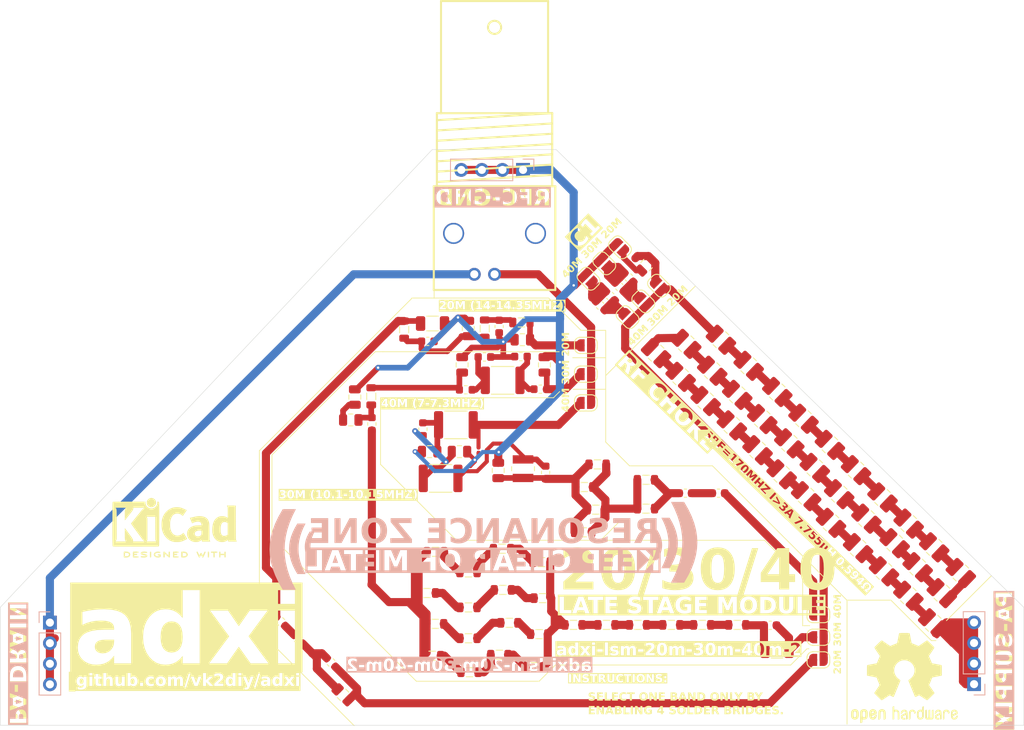
<source format=kicad_pcb>
(kicad_pcb (version 20240108) (generator "pcbnew") (generator_version "8.0")
  (layers (0 "F.Cu" signal) (31 "B.Cu" signal) (34 "B.Paste" user) (35 "F.Paste" user) (36 "B.SilkS" user "B.Silkscreen") (37 "F.SilkS" user "F.Silkscreen") (38 "B.Mask" user) (39 "F.Mask" user) (44 "Edge.Cuts" user))
  (net 0 "")
  (net 1 "/GND")
  (net 2 "Net-(C13-Pad1)")
  (net 3 "Net-(JP6-A)")
  (net 4 "Net-(JP34-B)")
  (net 5 "Net-(C28-Pad2)")
  (net 6 "Net-(JP35-B)")
  (net 7 "Net-(JP36-B)")
  (net 8 "Net-(C12-Pad2)")
  (net 9 "Net-(C32-Pad2)")
  (net 10 "Net-(JP20-B)")
  (net 11 "Net-(C16-Pad1)")
  (net 12 "Net-(JP4-A)")
  (net 13 "Net-(JP5-A)")
  (net 14 "Net-(J1-In)")
  (net 15 "Net-(L12-Pad1)")
  (net 16 "Net-(L1-Pad2)")
  (net 17 "Net-(C18-Pad1)")
  (net 18 "Net-(L3-Pad2)")
  (net 19 "Net-(L10-Pad1)")
  (net 20 "Net-(L10-Pad2)")
  (net 21 "Net-(L12-Pad2)")
  (net 22 "Net-(L13-Pad2)")
  (net 23 "Net-(L14-Pad2)")
  (net 24 "Net-(L4-Pad2)")
  (net 25 "Net-(C18-Pad2)")
  (net 26 "Net-(J3-Pin_1)")
  (net 27 "Net-(L25-Pad2)")
  (net 28 "Net-(L26-Pad2)")
  (net 29 "Net-(L27-Pad2)")
  (net 30 "Net-(L28-Pad2)")
  (net 31 "Net-(L29-Pad2)")
  (net 32 "Net-(L30-Pad2)")
  (net 33 "Net-(L31-Pad2)")
  (net 34 "Net-(L32-Pad2)")
  (net 35 "Net-(L33-Pad2)")
  (net 36 "Net-(L34-Pad2)")
  (net 37 "Net-(L35-Pad2)")
  (net 38 "Net-(L36-Pad2)")
  (net 39 "Net-(L37-Pad2)")
  (net 40 "Net-(L38-Pad2)")
  (net 41 "Net-(L39-Pad2)")
  (net 42 "Net-(L40-Pad2)")
  (net 43 "Net-(L41-Pad2)")
  (net 44 "Net-(L42-Pad2)")
  (net 45 "Net-(L43-Pad2)")
  (net 46 "Net-(L44-Pad2)")
  (net 47 "Net-(L45-Pad2)")
  (net 48 "Net-(L46-Pad2)")
  (net 49 "Net-(L47-Pad2)")
  (net 50 "Net-(L48-Pad2)")
  (net 51 "Net-(L49-Pad2)")
  (net 52 "Net-(L50-Pad2)")
  (net 53 "Net-(L51-Pad2)")
  (net 54 "Net-(L52-Pad2)")
  (net 55 "Net-(L53-Pad2)")
  (net 56 "Net-(L54-Pad2)")
  (net 57 "Net-(L55-Pad2)")
  (net 58 "Net-(L56-Pad2)")
  (net 59 "Net-(C20-Pad1)")
  (net 60 "Net-(C21-Pad1)")
  (net 61 "Net-(C36-Pad1)")
  (net 62 "Net-(C38-Pad1)")
  (net 63 "Net-(C39-Pad1)")
  (net 64 "Net-(C40-Pad1)")
  (net 65 "Net-(C41-Pad1)")
  (net 66 "Net-(C43-Pad1)")
  (net 67 "Net-(J1-Ext)")
  (net 68 "Net-(L5-Pad2)")
  (net 69 "Net-(L7-Pad2)")
  (net 70 "Net-(JP26-A)")
  (net 71 "Net-(JP27-A)")
  (net 72 "Net-(JP20-A)")
  (net 73 "Net-(C31-Pad2)")
  (net 74 "Net-(JP29-B)")
  (net 75 "Net-(JP28-B)")
  (net 76 "Net-(JP30-B)")
  (net 77 "Net-(L8-Pad2)")
  (net 78 "Net-(L16-Pad2)")
  (net 79 "Net-(L17-Pad2)")
  (net 80 "Net-(L18-Pad2)")
  (net 81 "Net-(L20-Pad2)")
  (net 82 "Net-(L21-Pad2)")
  (net 83 "Net-(L73-Pad2)")
  (net 84 "Net-(L74-Pad2)")
  (net 85 "Net-(L75-Pad2)")
  (net 86 "Net-(L77-Pad2)")
  (footprint "Inductor_SMD:L_0805_2012Metric" (layer "F.Cu") (at 136.652 122.682 180)
    (property "Reference" "L73" (hide yes))
    (property "Value" "6.8uH" (hide yes))
  )
  (footprint "Inductor_SMD:L_0805_2012Metric" (layer "F.Cu") (at 128.651 122.682 180)
    (property "Reference" "L75" (hide yes))
    (property "Value" "6.8uH" (hide yes))
  )
  (footprint "Inductor_SMD:L_0805_2012Metric" (layer "F.Cu") (at 120.65 114.935 180)
    (property "Reference" "L12" (hide yes))
    (property "Value" "6.8uH" (hide yes))
  )
  (footprint "Inductor_SMD:L_1008_2520Metric" (layer "F.Cu") (at 142.776016 87.482536 136)
    (property "Reference" "L57" (hide yes))
    (property "Value" "470nH" (hide yes))
  )
  (footprint "Capacitor_SMD:C_0603_1608Metric" (layer "F.Cu") (at 131.39971 79.805838 135)
    (property "Reference" "C11" (hide yes))
    (property "Value" "470pF" (hide yes))
  )
  (footprint "Inductor_SMD:L_1008_2520Metric" (layer "F.Cu") (at 160.725231 109.570251 -44)
    (property "Reference" "L44" (hide yes))
    (property "Value" "470nH" (hide yes))
  )
  (footprint "Inductor_SMD:L_1008_2520Metric" (layer "F.Cu") (at 159.44312 103.577771 136)
    (property "Reference" "L52" (hide yes))
    (property "Value" "470nH" (hide yes))
  )
  (footprint "Capacitor_SMD:C_0603_1608Metric" (layer "F.Cu") (at 106.6162 87.6808)
    (property "Reference" "C44" (hide yes))
    (property "Value" "330pF" (hide yes))
  )
  (footprint "Inductor_SMD:L_0805_2012Metric" (layer "F.Cu") (at 111.76 128.524 180)
    (property "Reference" "L9" (hide yes))
    (property "Value" "6.8uH" (hide yes))
  )
  (footprint "Jumper:SolderJumper-2_P1.3mm_Open_RoundedPad1.0x1.5mm" (layer "F.Cu") (at 126.444447 79.95136 -45)
    (property "Reference" "JP30" (hide yes))
    (property "Value" "40M-D" (hide yes))
  )
  (footprint "Capacitor_SMD:C_0805_2012Metric" (layer "F.Cu") (at 121.0018 90.5862 90)
    (property "Reference" "C37" (hide yes))
    (property "Value" "100pF" (hide yes))
  )
  (footprint "Capacitor_SMD:C_1206_3216Metric" (layer "F.Cu") (at 107.1992 85.4808)
    (property "Reference" "C43" (hide yes))
    (property "Value" "1nF" (hide yes))
  )
  (footprint "Inductor_SMD:L_0805_2012Metric" (layer "F.Cu") (at 99.6394 94.4711 90)
    (property "Reference" "L84" (hide yes))
    (property "Value" "1.2uH" (hide yes))
  )
  (footprint "Inductor_SMD:L_1008_2520Metric" (layer "F.Cu") (at 140.890699 95.045511 136)
    (property "Reference" "L34" (hide yes))
    (property "Value" "470nH" (hide yes))
  )
  (footprint "Jumper:SolderJumper-2_P1.3mm_Open_RoundedPad1.0x1.5mm" (layer "F.Cu") (at 154.798 127 180)
    (property "Reference" "JP34" (hide yes))
    (property "Value" "20M-A" (hide yes))
  )
  (footprint "Inductor_SMD:L_1008_2520Metric" (layer "F.Cu") (at 153.288168 106.795182 136)
    (property "Reference" "L30" (hide yes))
    (property "Value" "470nH" (hide yes))
  )
  (footprint "Capacitor_SMD:C_0603_1608Metric" (layer "F.Cu") (at 115.4176 85.852 -90)
    (property "Reference" "C16" (hide yes))
    (property "Value" "330pF" (hide yes))
  )
  (footprint "Capacitor_SMD:C_0603_1608Metric" (layer "F.Cu") (at 138.396 106.426 180)
    (property "Reference" "C32" (hide yes))
    (property "Value" "68pF" (hide yes))
  )
  (footprint "Capacitor_SMD:C_0603_1608Metric" (layer "F.Cu") (at 129.115472 82.090076 135)
    (property "Reference" "C30" (hide yes))
    (property "Value" "3.3nF" (hide yes))
  )
  (footprint "Capacitor_SMD:C_0805_2012Metric" (layer "F.Cu") (at 97.6144 94.5586 90)
    (property "Reference" "C19" (hide yes))
    (property "Value" "470pF" (hide yes))
  )
  (footprint "adxi-footprints:ANT-TH_KH-BNC50-3511" (layer "F.Cu") (at 114.849962 76.88 180)
    (property "Reference" "J1" (hide yes))
    (property "Value" "ANT" (hide yes))
  )
  (footprint "Inductor_SMD:L_0805_2012Metric" (layer "F.Cu") (at 107.569 113.665 180)
    (property "Reference" "L15" (hide yes))
    (property "Value" "6.8uH" (hide yes))
  )
  (footprint "Inductor_SMD:L_0603_1608Metric" (layer "F.Cu") (at 120.5018 93.5862)
    (property "Reference" "L87" (hide yes))
    (property "Value" "680nH" (hide yes))
  )
  (footprint "Jumper:SolderJumper-2_P1.3mm_Open_RoundedPad1.0x1.5mm" (layer "F.Cu") (at 135.137335 80.813465 -45)
    (property "Reference" "JP27" (hide yes))
    (property "Value" "20M-C" (hide yes))
  )
  (footprint "Inductor_SMD:L_0805_2012Metric" (layer "F.Cu") (at 118.1627 85.3516)
    (property "Reference" "L83" (hide yes))
    (property "Value" "0.56uH" (hide yes))
  )
  (footprint "Capacitor_SMD:C_0201_0603Metric" (layer "F.Cu") (at 111.8577 103.3932 90)
    (property "Reference" "C41" (hide yes))
    (property "Value" "150pF" (hide yes))
  )
  (footprint "Inductor_SMD:L_0603_1608Metric" (layer "F.Cu") (at 111.3018 93.6612)
    (property "Reference" "L86" (hide yes))
    (property "Value" "680nH" (hide yes))
  )
  (footprint "Inductor_SMD:L_1008_2520Metric" (layer "F.Cu") (at 164.208105 112.599984 -44)
    (property "Reference" "L45" (hide yes))
    (property "Value" "470nH" (hide yes))
  )
  (footprint "Inductor_SMD:L_0805_2012Metric" (layer "F.Cu") (at 111.633 120.523 180)
    (property "Reference" "L5" (hide yes))
    (property "Value" "6.8uH" (hide yes))
  )
  (footprint "Capacitor_SMD:C_0201_0603Metric" (layer "F.Cu") (at 131.829207 77.814201 -135)
    (property "Reference" "C29" (hide yes))
    (property "Value" "150pF" (hide yes))
  )
  (footprint "Inductor_SMD:L_0805_2012Metric" (layer "F.Cu") (at 140.462 122.682 180)
    (property "Reference" "L21" (hide yes))
    (property "Value" "6.8uH" (hide yes))
  )
  (footprint "Inductor_SMD:L_1008_2520Metric" (layer "F.Cu") (at 147.290849 101.114851 136)
    (property "Reference" "L32" (hide yes))
    (property "Value" "470nH" (hide yes))
  )
  (footprint "Inductor_SMD:L_0805_2012Metric" (layer "F.Cu") (at 115.443 126.365 180)
    (property "Reference" "L8" (hide yes))
    (property "Value" "6.8uH" (hide yes))
  )
  (footprint "Capacitor_SMD:C_0805_2012Metric" (layer "F.Cu") (at 115.306 103.6194 90)
    (property "Reference" "C38" (hide yes))
    (property "Value" "680pF" (hide yes))
  )
  (footprint "Inductor_SMD:L_1008_2520Metric" (layer "F.Cu") (at 156.216881 100.462228 136)
    (property "Reference" "L53" (hide yes))
    (property "Value" "470nH" (hide yes))
  )
  (footprint "Inductor_SMD:L_0805_2012Metric" (layer "F.Cu") (at 111.633 116.205 180)
    (property "Reference" "L14" (hide yes))
    (property "Value" "6.8uH" (hide yes))
  )
  (footprint "Capacitor_SMD:C_0805_2012Metric" (layer "F.Cu") (at 111.6076 86.0951 90)
    (property "Reference" "C13" (hide yes))
    (property "Value" "100pF" (hide yes))
  )
  (footprint "Jumper:SolderJumper-2_P1.3mm_Open_RoundedPad1.0x1.5mm" (layer "F.Cu") (at 128.38443 78.050867 -45)
    (property "Reference" "JP29" (hide yes))
    (property "Value" "30M-D" (hide yes))
  )
  (footprint "Inductor_SMD:L_1008_2520Metric" (layer "F.Cu") (at 159.694242 113.203881 136)
    (property "Reference" "L28" (hide yes))
    (property "Value" "470nH" (hide yes))
  )
  (footprint "Inductor_SMD:L_1008_2520Metric" (layer "F.Cu") (at 169.082625 113.108959 136)
    (property "Reference" "L49" (hide yes))
    (property "Value" "470nH" (hide yes))
  )
  (footprint "Capacitor_SMD:C_0201_0603Metric" (layer "F.Cu") (at 112.8737 101.1072 -90)
    (property "Reference" "C42" (hide yes))
    (property "Value" "150pF" (hide yes))
  )
  (footprint "Inductor_SMD:L_1008_2520Metric" (layer "F.Cu") (at 147.872603 97.269825 -44)
    (property "Reference" "L40" (hide yes))
    (property "Value" "470nH" (hide yes))
  )
  (footprint "Inductor_SMD:L_1008_2520Metric" (layer "F.Cu") (at 146.198593 90.70427 136)
    (property "Reference" "L56" (hide yes))
    (property "Value" "470nH" (hide yes))
  )
  (footprint "Inductor_SMD:L_1812_4532Metric" (layer "F.Cu") (at 108.1962 104.5972 180)
    (property "Reference" "L93" (hide yes))
    (property "Value" "1uH" (hide yes))
  )
  (footprint "Inductor_SMD:L_0805_2012Metric" (layer "F.Cu") (at 133.5285 108.331 180)
    (property "Reference" "L78" (hide yes))
    (property "Value" "5.6uH" (hide yes))
  )
  (footprint "Inductor_SMD:L_0805_2012Metric" (layer "F.Cu") (at 125.7765 111.252 180)
    (property "Reference" "L81" (hide yes))
    (property "Value" "6.8uH" (hide yes))
  )
  (footprint "Jumper:SolderJumper-2_P1.3mm_Open_RoundedPad1.0x1.5mm" (layer "F.Cu") (at 154.798 124.206 180)
    (property "Reference" "JP35" (hide yes))
    (property "Value" "30M-A" (hide yes))
  )
  (footprint "Inductor_SMD:L_1008_2520Metric" (layer "F.Cu") (at 162.891355 116.068871 136)
    (property "Reference" "L27" (hide yes))
    (property "Value" "470nH" (hide yes))
  )
  (footprint "Inductor_SMD:L_1008_2520Metric" (layer "F.Cu") (at 157.36267 106.545489 -44)
    (property "Reference" "L43" (hide yes))
    (property "Value" "470nH" (hide yes))
  )
  (footprint "Jumper:SolderJumper-2_P1.3mm_Open_RoundedPad1.0x1.5mm" (layer "F.Cu") (at 130.323918 76.07189 -45)
    (property "Reference" "JP28" (hide yes))
    (property "Value" "20M-D" (hide yes))
  )
  (footprint "Inductor_SMD:L_0603_1608Metric" (layer "F.Cu") (at 99.7144 97.8836 90)
    (property "Reference" "L85" (hide yes))
    (property "Value" "390nH" (hide yes))
  )
  (footprint "Inductor_SMD:L_0805_2012Metric" (layer "F.Cu") (at 115.7775 113.284 180)
    (property "Reference" "L13" (hide yes))
    (property "Value" "6.8uH" (hide yes))
  )
  (footprint "Inductor_SMD:L_0805_2012Metric" (layer "F.Cu") (at 119.761 127.889 180)
    (property "Reference" "L7" (hide yes))
    (property "Value" "6.8uH" (hide yes))
  )
  (footprint "Capacitor_SMD:C_0603_1608Metric" (layer "F.Cu") (at 118.1018 89.5612 180)
    (property "Reference" "C36" (hide yes))
    (property "Value" "330pF" (hide yes))
  )
  (footprint "Inductor_SMD:L_1008_2520Metric" (layer "F.Cu") (at 168.958069 122.483494 136)
    (property "Reference" "L25" (hide yes))
    (property "Value" "470nH" (hide yes))
  )
  (footprint "Inductor_SMD:L_1008_2520Metric" (layer "F.Cu") (at 154.353502 103.305931 -44)
    (property "Reference" "L42" (hide yes))
    (property "Value" "470nH" (hide yes))
  )
  (footprint "Capacitor_SMD:C_0805_2012Metric" (layer "F.Cu") (at 110.8518 90.5862 90)
    (property "Reference" "C20" (hide yes))
    (property "Value" "100pF" (hide yes))
  )
  (footprint "Jumper:SolderJumper-2_P1.3mm_Open_RoundedPad1.0x1.5mm" (layer "F.Cu") (at 126.11 95.28)
    (property "Reference" "JP6" (hide yes))
    (property "Value" "40M-B" (hide yes))
  )
  (footprint "Inductor_SMD:L_0805_2012Metric" (layer "F.Cu") (at 132.5415 122.682 180)
    (property "Reference" "L74" (hide yes))
    (property "Value" "6.8uH" (hide yes))
  )
  (footprint "Inductor_SMD:L_0805_2012Metric" (layer "F.Cu") (at 106.5065 118.745 180)
    (property "Reference" "L6" (hide yes))
    (property "Value" "6.8uH" (hide yes))
  )
  (footprint "Capacitor_SMD:C_0805_2012Metric" (layer "F.Cu") (at 110.5217 101.2952)
    (property "Reference" "C39" (hide yes))
    (property "Value" "470pF" (hide yes))
  )
  (footprint "Inductor_SMD:L_0805_2012Metric" (layer "F.Cu") (at 127.347 108.458 180)
    (property "Reference" "L82" (hide yes))
    (property "Value" "6.8uH" (hide yes))
  )
  (footprint "Inductor_SMD:L_0805_2012Metric" (layer "F.Cu") (at 111.633 124.333 180)
    (property "Reference" "L18" (hide yes))
    (property "Value" "6.8uH" (hide yes))
  )
  (footprint "Capacitor_SMD:C_0805_2012Metric" (layer "F.Cu") (at 97.1144 97.3836 180)
    (property "Reference" "C18" (hide yes))
    (property "Value" "47pF" (hide yes))
  )
  (footprint "Inductor_SMD:L_1812_4532Metric" (layer "F.Cu") (at 110.0797 97.9932)
    (property "Reference" "L92" (hide yes))
    (property "Value" "1uH" (hide yes))
  )
  (footprint "Capacitor_SMD:C_0603_1608Metric" (layer "F.Cu") (at 127.888642 83.263449 135)
    (property "Reference" "C14" (hide yes))
    (property "Value" "330pF" (hide yes))
  )
  (footprint "Jumper:SolderJumper-2_P1.3mm_Open_RoundedPad1.0x1.5mm" (layer "F.Cu") (at 154.798 121.412 180)
    (property "Reference" "JP36" (hide yes))
    (property "Value" "40M-A" (hide yes))
  )
  (footprint "Capacitor_SMD:C_0603_1608Metric" (layer "F.Cu") (at 94.682446 127.321574 135)
    (property "Reference" "C28" (hide yes))
    (property "Value" "470pF" (hide yes))
  )
  (footprint "Inductor_SMD:L_1008_2520Metric" (layer "F.Cu") (at 144.786635 94.289741 -44)
    (property "Reference" "L39" (hide yes))
    (property "Value" "470nH" (hide yes))
  )
  (footprint "Symbol:OSHW-Logo2_14.6x12mm_SilkScreen" (layer "F.Cu") (at 165.4048 129.2352)
    (property "Reference" "REF**" (hide yes))
    (property "Value" "OSHW-Logo2_14.6x12mm_SilkScreen" (hide yes))
  )
  (footprint "Capacitor_SMD:C_0805_2012Metric" (layer "F.Cu") (at 118.2776 87.4776 180)
    (property "Reference" "C17" (hide yes))
    (property "Value" "100pF" (hide yes))
  )
  (footprint "Inductor_SMD:L_0603_1608Metric" (layer "F.Cu") (at 121.148 103.8734 90)
    (property "Reference" "L89" (hide yes))
    (property "Value" "680nH" (hide yes))
  )
  (footprint "Inductor_SMD:L_1008_2520Metric" (layer "F.Cu") (at 165.933892 110.179476 136)
    (property "Reference" "L50" (hide yes))
    (property "Value" "470nH" (hide yes))
  )
  (footprint "Inductor_SMD:L_0805_2012Metric" (layer "F.Cu") (at 125.9035 105.664 180)
    (property "Reference" "L79" (hide yes))
    (property "Value" "6.8uH" (hide yes))
  )
  (footprint "Inductor_SMD:L_1008_2520Metric" (layer "F.Cu") (at 162.705678 106.950813 136)
    (property "Reference" "L51" (hide yes))
    (property "Value" "470nH" (hide yes))
  )
  (footprint "Inductor_SMD:L_1008_2520Metric" (layer "F.Cu") (at 138.495657 87.992187 -44)
    (property "Reference" "L37" (hide yes))
    (property "Value" "470nH" (hide yes))
  )
  (footprint "Inductor_SMD:L_1008_2520Metric" (layer "F.Cu") (at 152.960387 97.234059 136)
    (property "Reference" "L54" (hide yes))
    (property "Value" "470nH" (hide yes))
  )
  (footprint "Inductor_SMD:L_0805_2012Metric" (layer "F.Cu") (at 127.5545 102.87 180)
    (property "Reference" "L80" (hide yes))
    (property "Value" "6.8uH" (hide yes))
  )
  (footprint "Inductor_SMD:L_1008_2520Metric" (layer "F.Cu") (at 165.896573 119.082189 136)
    (property "Reference" "L26" (hide yes))
    (property "Value" "470nH" (hide yes))
  )
  (footprint "Inductor_SMD:L_1008_2520Metric" (layer "F.Cu") (at 134.776311 89.140915 136)
    (property "Reference" "L36" (hide yes))
    (property "Value" "470nH" (hide yes))
  )
  (footprint "Inductor_SMD:L_0603_1608Metric" (layer "F.Cu") (at 90.655119 124.457862 135)
    (property "Reference" "L1" (hide yes))
    (property "Value" "1.5uH" (hide yes))
  )
  (footprint "Inductor_SMD:L_0805_2012Metric" (layer "F.Cu") (at 124.587 122.682 180)
    (property "Reference" "L76" (hide yes))
    (property "Value" "5.6uH" (hide yes))
  )
  (footprint "Inductor_SMD:L_0805_2012Metric" (layer "F.Cu") (at 116.6665 122.428 180)
    (property "Reference" "L17" (hide yes))
    (property "Value" "6.8uH" (hide yes))
  )
  (footprint "Inductor_SMD:L_0603_1608Metric" (layer "F.Cu") (at 88.477231 122.265831 135)
    (property "Reference" "L2" (hide yes))
    (property "Value" "4.7uH" (hide yes))
  )
  (footprint "adxi-footprints:L_Chilisin_NLC252018-2.92x2.50x2.20" (layer "F.Cu") (at 118.354 103.3654 90)
    (property "Reference" "L91" (hide yes))
    (property "Value" "2.2uH" (hide yes))
  )
  (footprint "Symbol:KiCad-Logo2_6mm_SilkScreen" (layer "F.Cu") (at 75.379714 109.998048)
    (property "Reference" "REF**" (hide yes))
    (property "Value" "KiCad-Logo2_6mm_SilkScreen" (hide yes))
  )
  (footprint "Inductor_SMD:L_1008_2520Metric" (layer "F.Cu") (at 144.122157 98.05488 136)
    (property "Reference" "L33" (hide yes))
    (property "Value" "470nH" (hide yes))
  )
  (footprint "Inductor_SMD:L_1008_2520Metric" (layer "F.Cu") (at 172.366412 116.280075 136)
    (property "Reference" "L48" (hide yes))
    (property "Value" "470nH" (hide yes))
  )
  (footprint "Inductor_SMD:L_1008_2520Metric" (layer "F.Cu") (at 151.209988 100.270274 -44)
    (property "Reference" "L41" (hide yes))
    (property "Value" "470nH" (hide yes))
  )
  (footprint "Inductor_SMD:L_0805_2012Metric" (layer "F.Cu") (at 120.3495 123.825 180)
    (property "Reference" "L16" (hide yes))
    (property "Value" "6.8uH" (hide yes))
  )
  (footprint "Capacitor_SMD:C_0603_1608Metric" (layer "F.Cu") (at 130.250237 80.955311 135)
    (property "Reference" "C7" (hide yes))
    (property "Value" "330pF" (hide yes))
  )
  (footprint "Inductor_SMD:L_1008_2520Metric" (layer "F.Cu") (at 137.804732 92.065427 136)
    (property "Reference" "L35" (hide yes))
    (property "Value" "470nH" (hide yes))
  )
  (footprint "Inductor_SMD:L_0805_2012Metric" (layer "F.Cu") (at 144.78 122.682 180)
    (property "Reference" "L20" (hide yes))
    (property "Value" "6.8uH" (hide yes))
  )
  (footprint "Capacitor_SMD:C_0603_1608Metric" (layer "F.Cu") (at 113.6018 89.6112)
    (property "Reference" "C21" (hide yes))
    (property "Value" "330pF" (hide yes))
  )
  (footprint "Jumper:SolderJumper-2_P1.3mm_Open_RoundedPad1.0x1.5mm" (layer "F.Cu") (at 133.1976 82.7532 -45)
    (property "Reference" "JP26" (hide yes))
    (property "Value" "30M-C" (hide yes))
  )
  (footprint "Capacitor_SMD:C_0603_1608Metric" (layer "F.Cu") (at 142.473 106.426 180)
    (property "Reference" "C31" (hide yes))
    (property "Value" "4.7pF" (hide yes))
  )
  (footprint "Inductor_SMD:L_1008_2520Metric" (layer "F.Cu") (at 167.042657 115.559705 -44)
    (property "Reference" "L46" (hide yes))
    (property "Value" "470nH" (hide yes))
  )
  (footprint "Capacitor_SMD:C_0805_2012Metric" (layer "F.Cu") (at 133.600085 78.270426 -135)
    (property "Reference" "C35" (hide yes))
    (property "Value" "2.2nF" (hide yes))
  )
  (footprint "Capacitor_SMD:C_0603_1608Metric" (layer "F.Cu") (at 148.857 122.7328 180)
    (property "Reference" "C12" (hide yes))
    (property "Value" "6.8pF" (hide yes))
  )
  (footprint "Inductor_SMD:L_1008_2520Metric" (layer "F.Cu") (at 156.354883 110.090312 136)
    (property "Reference" "L29" (hide yes))
    (property "Value" "470nH" (hide yes))
  )
  (footprint "Inductor_SMD:L_0805_2012Metric" (layer "F.Cu") (at 120.777 119.38 180)
    (property "Reference" "L3" (hide yes))
    (property "Value" "6.8uH" (hide yes))
  )
  (footprint "Jumper:SolderJumper-2_P1.3mm_Open_RoundedPad1.0x1.5mm" (layer "F.Cu") (at 126.11 88.18)
    (property "Reference" "JP4" (hide yes))
    (property "Value" "20M-B" (hide yes))
  )
  (footprint "Jumper:SolderJumper-2_P1.3mm_Open_RoundedPad1.0x1.5mm" (layer "F.Cu") (at 126.11 91.73)
    (property "Reference" "JP5" (hide yes))
    (property "Value" "30M-B" (hide yes))
  )
  (footprint "Inductor_SMD:L_0805_2012Metric" (layer "F.Cu") (at 133.5235 104.775 180)
    (property "Reference" "L77" (hide yes))
    (property "Value" "5.6uH" (hide yes))
  )
  (footprint "Inductor_SMD:L_0805_2012Metric" (layer "F.Cu") (at 113.6396 86.106 90)
    (property "Reference" "L22" (hide yes))
    (property "Value" "0.56uH" (hide yes))
  )
  (footprint "Inductor_SMD:L_0603_1608Metric" (layer "F.Cu") (at 106.0157 98.5267 90)
    (property "Reference" "L94" (hide yes))
    (property "Value" "1.5uH" (hide yes))
  )
  (footprint "Inductor_SMD:L_1008_2520Metric" (layer "F.Cu") (at 150.263697 104.09691 136)
    (property "Reference" "L31" (hide yes))
    (property "Value" "470nH" (hide yes))
  )
  (footprint "Capacitor_SMD:C_1206_3216Metric" (layer "F.Cu") (at 149.6955 125.8688 180)
    (property "Reference" "C33" (hide yes))
    (property "Value" "33pF" (hide yes))
  )
  (footprint "Inductor_SMD:L_1008_2520Metric" (layer "F.Cu") (at 141.700668 91.309657 -44)
    (property "Reference" "L38" (hide yes))
    (property "Value" "470nH" (hide yes))
  )
  (footprint "Capacitor_SMD:C_0805_2012Metric" (layer "F.Cu") (at 106.8437 101.2952 180)
    (property "Reference" "C40" (hide yes))
    (property "Value" "470pF" (hide yes))
  )
  (footprint "Inductor_SMD:L_0805_2012Metric" (layer "F.Cu") (at 107.1415 126.492 180)
    (property "Reference" "L10" (hide yes))
    (property "Value" "6.8uH" (hide yes))
  )
  (footprint "Capacitor_SMD:C_0805_2012Metric" (layer "F.Cu") (at 96.1644 131.318 135)
    (property "Reference" "C5" (hide yes))
    (property "Value" "22pF" (hide yes))
  )
  (footprint "Inductor_SMD:L_1008_2520Metric" (layer "F.Cu") (at 170.019453 118.768003 -44)
    (property "Reference" "L47" (hide yes))
    (property "Value" "470nH" (hide yes))
  )
  (footprint "Jumper:SolderJumper-2_P1.3mm_Open_RoundedPad1.0x1.5mm" (layer "F.Cu") (at 131.257865 84.692936 -45)
    (property "Reference" "JP20" (hide yes))
    (property "Value" "40M-C" (hide yes))
  )
  (footprint "Inductor_SMD:L_0805_2012Metric" (layer "F.Cu") (at 103.6992 86.2308 -90)
    (property "Reference" "L90" (hide yes))
    (property "Value" "820nH" (hide yes))
  )
  (footprint "Inductor_SMD:L_1008_2520Metric" (layer "F.Cu") (at 149.727343 93.931223 136)
    (property "Reference" "L55" (hide yes))
    (property "Value" "470nH" (hide yes))
  )
  (footprint "Inductor_SMD:L_1812_4532Metric" (layer "F.Cu") (at 115.8488 92.4952)
    (property "Reference" "L88" (hide yes))
    (property "Value" "1uH" (hide yes))
  )
  (footprint "Inductor_SMD:L_0805_2012Metric" (layer "F.Cu") (at 107.5225 122.555 180)
    (property "Reference" "L19" (hide yes))
    (property "Value" "6.8uH" (hide yes))
  )
  (footprint "Inductor_SMD:L_0805_2012Metric" (layer "F.Cu") (at 115.8705 118.364 180)
    (property "Reference" "L4" (hide yes))
    (property "Value" "6.8uH" (hide yes))
  )
  (footprint "Connector_PinSocket_2.54mm:PinSocket_1x04_P2.54mm_Vertical" (layer "B.Cu") (at 60 122.4 180)
    (property "Reference" "J2" (hide yes))
    (property "Value" "PA-DRAIN" (hide yes))
  )
  (footprint "Connector_PinSocket_2.54mm:PinSocket_1x04_P2.54mm_Vertical" (layer "B.Cu") (at 174 130)
    (property "Reference" "J3" (hide yes))
    (property "Value" "PA-SUPPLY" (hide yes))
  )
  (footprint "Connector_PinSocket_2.54mm:PinSocket_1x04_P2.54mm_Vertical" (layer "B.Cu") (at 118.3638 66.52 90)
    (property "Reference" "J4" (hide yes))
    (property "Value" "C1-GND" (hide yes))
  )
  (gr_line (start 141.732 103.050854) (end 158.323889 119.642743) (stroke (width 0.1)) (layer "F.SilkS"))
  (gr_line (start 128.56 89.7) (end 124.49 89.7) (stroke (width 0.1)) (layer "F.SilkS"))
  (gr_line (start 122.353442 127.633358) (end 120.3452 129.6416) (stroke (width 0.1)) (layer "F.SilkS"))
  (gr_line (start 110.162037 112.244837) (end 148.1328 112.244837) (stroke (width 0.1)) (layer "F.SilkS"))
  (gr_line (start 120.3452 129.6416) (end 105.2068 129.6416) (stroke (width 0.1)) (layer "F.SilkS"))
  (gr_line (start 151.384 127.635) (end 153.3906 125.6284) (stroke (width 0.1)) (layer "F.SilkS"))
  (gr_line (start 151.384 127.635) (end 122.3518 127.635) (stroke (width 0.1)) (layer "F.SilkS"))
  (gr_line (start 128.612436 91.859563) (end 139.583284 80.888715) (stroke (width 0.1)) (layer "F.SilkS"))
  (gr_line (start 170.59 122.16) (end 176.11 116.64) (stroke (width 0.1)) (layer "F.SilkS"))
  (gr_line (start 130.6068 109.5756) (end 127.948342 112.234058) (stroke (width 0.1)) (layer "F.SilkS"))
  (gr_line (start 87.384238 101.7016) (end 100.113063 88.972775) (stroke (width 0.1)) (layer "F.SilkS"))
  (gr_line (start 122.82 88.96) (end 101.08 88.96) (stroke (width 0.1)) (layer "F.SilkS"))
  (gr_line (start 86.967203 124.559203) (end 97.531713 135.123713) (stroke (width 0.1)) (layer "F.SilkS"))
  (gr_line (start 128.56 86.33) (end 128.56 100.09) (stroke (width 0.1)) (layer "F.SilkS"))
  (gr_line (start 168.74 124.625937) (end 169.29 124.625937) (stroke (width 0.1)) (layer "F.SilkS"))
  (gr_line (start 153.7208 122.7836) (end 152.8572 122.7836) (stroke (width 0.1)) (layer "F.SilkS"))
  (gr_line (start 121.52659 82.33659) (end 104.65 82.33659) (stroke (width 0.1)) (layer "F.SilkS"))
  (gr_line (start 87.46 99.56) (end 104.68341 82.33659) (stroke (width 0.1)) (layer "F.SilkS"))
  (gr_line (start 100.7872 102.87) (end 101.142225 103.225025) (stroke (width 0.1)) (layer "F.SilkS"))
  (gr_line (start 107.4 82.36) (end 107.4 81.339995) (stroke (width 0.1)) (layer "F.SilkS"))
  (gr_line (start 122.1232 94.6404) (end 122.8852 93.8784) (stroke (width 0.1)) (layer "F.SilkS"))
  (gr_line (start 87.384238 111.8616) (end 87.384238 101.7016) (stroke (width 0.1)) (layer "F.SilkS"))
  (gr_line (start 101.08 88.96) (end 100.1268 88.96) (stroke (width 0.1)) (layer "F.SilkS"))
  (gr_line (start 131.500854 103.050854) (end 128.54 100.09) (stroke (width 0.1)) (layer "F.SilkS"))
  (gr_line (start 100.8016 94.6404) (end 122.1232 94.6404) (stroke (width 0.1)) (layer "F.SilkS"))
  (gr_line (start 131.500854 103.050854) (end 141.732 103.050854) (stroke (width 0.1)) (layer "F.SilkS"))
  (gr_line (start 149.9616 114.046) (end 148.12239 112.20679) (stroke (width 0.1)) (layer "F.SilkS"))
  (gr_line (start 100.7872 94.6404) (end 100.7872 102.87) (stroke (width 0.1)) (layer "F.SilkS"))
  (gr_line (start 105.205607 129.640407) (end 87.418701 111.853501) (stroke (width 0.1)) (layer "F.SilkS"))
  (gr_line (start 158.333741 119.6848) (end 158.333741 134.9248) (stroke (width 0.1)) (layer "F.SilkS"))
  (gr_line (start 85.84 101.18) (end 85.84 117.5004) (stroke (width 0.1)) (layer "F.SilkS"))
  (gr_line (start 158.3346 119.634) (end 163.7284 119.634) (stroke (width 0.1)) (layer "F.SilkS"))
  (gr_line (start 152.8572 122.7836) (end 152.8572 117.1956) (stroke (width 0.1)) (layer "F.SilkS"))
  (gr_line (start 124.53 93.6) (end 128.56 93.6) (stroke (width 0.1)) (layer "F.SilkS"))
  (gr_line (start 125.52 86.33) (end 128.56 86.33) (stroke (width 0.1)) (layer "F.SilkS"))
  (gr_poly (pts (xy 62.3336 128.4932) (xy 62.3336 130.9032) (xy 63.1536 130.9032) (xy 63.1536 128.5332) (xy 63.0936 128.4732) (xy 62.3536 128.4732)) (fill solid) (layer "F.SilkS"))
  (gr_line (start 153.6192 125.6284) (end 153.416 125.6284) (stroke (width 0.1)) (layer "F.SilkS"))
  (gr_line (start 121.52659 82.33659) (end 125.52 86.33) (stroke (width 0.1)) (layer "F.SilkS"))
  (gr_line (start 87.46 99.56) (end 85.84 101.18) (stroke (width 0.1)) (layer "F.SilkS"))
  (gr_line (start 163.756806 119.642743) (end 168.74 124.625937) (stroke (width 0.1)) (layer "F.SilkS"))
  (gr_line (start 110.162037 112.244837) (end 101.142225 103.225025) (stroke (width 0.1)) (layer "F.SilkS"))
  (gr_line (start 180.14 120.52) (end 180.14 135.075) (stroke (width 0.05)) (layer "Edge.Cuts"))
  (gr_line (start 107.17 64) (end 53.87 120.52) (stroke (width 0.05)) (layer "Edge.Cuts"))
  (gr_line (start 180.14 135.075) (end 53.87 135.075) (stroke (width 0.05)) (layer "Edge.Cuts"))
  (gr_line (start 122.44 64) (end 180.14 120.52) (stroke (width 0.05)) (layer "Edge.Cuts"))
  (gr_line (start 122.44 64) (end 107.17 64) (stroke (width 0.05)) (layer "Edge.Cuts"))
  (gr_line (start 53.87 120.52) (end 53.87 135.075) (stroke (width 0.05)) (layer "Edge.Cuts"))
  (gr_text "(" (at 138.276252 112.6846 -0) (layer "B.SilkS") (effects (font (size 8 8) (thickness 0.375)) (justify mirror)))
  (gr_text "RESONANCE ZONE" (at 113.536252 111.3246 -0) (layer "B.SilkS") (effects (font (size 3 3) (thickness 0.375) (italic yes)) (justify mirror)))
  (gr_text "(" (at 90.496252 113.1646 -180) (layer "B.SilkS") (effects (font (size 5 5) (thickness 0.375)) (justify mirror)))
  (gr_text "(" (at 134.926252 112.9046 -0) (layer "B.SilkS") (effects (font (size 3 3) (thickness 0.375)) (justify mirror)))
  (gr_text "(" (at 136.466252 112.6946 -0) (layer "B.SilkS") (effects (font (size 5 5) (thickness 0.375)) (justify mirror)))
  (gr_text "PA-DRAIN" (at 54.72 127.48 -90) (layer "B.SilkS" knockout) (effects (font (size 2 2) (thickness 0.2) (bold yes)) (justify bottom mirror)))
  (gr_text "adxi-lsm-20m-30m-40m-2" (at 126.8476 128.6256 0) (layer "B.SilkS" knockout) (effects (font (size 1.5 1.5) (thickness 0.2) (bold yes)) (justify left bottom mirror)))
  (gr_text "KEEP CLEAR OF METAL" (at 113.536252 114.9346 -0) (layer "B.SilkS" knockout) (effects (font (size 2.45 2.45) (thickness 0.375) (italic yes)) (justify mirror)))
  (gr_text "(" (at 92.036252 112.9546 -180) (layer "B.SilkS") (effects (font (size 3 3) (thickness 0.375)) (justify mirror)))
  (gr_text "(" (at 88.686252 113.1746 -180) (layer "B.SilkS") (effects (font (size 8 8) (thickness 0.375)) (justify mirror)))
  (gr_text "PA-SUPPLY" (at 179.04 126.9 -270) (layer "B.SilkS" knockout) (effects (font (size 2 2) (thickness 0.2) (bold yes)) (justify bottom mirror)))
  (gr_text "RFC-GND" (at 114.67 71.24 -0) (layer "B.SilkS" knockout) (effects (font (size 2 2) (thickness 0.2) (bold yes)) (justify bottom mirror)))
  (gr_text "SELECT ONE BAND ONLY BY\nENABLING 4 SOLDER BRIDGES." (at 126.351474 133.880547 0) (layer "F.SilkS") (effects (font (size 1 1) (thickness 0.2) (bold yes)) (justify left bottom)))
  (gr_text "RFC-GND" (at 114.57 71.05 0) (layer "F.SilkS" knockout) (effects (font (size 2 2) (thickness 0.2) (bold yes)) (justify bottom)))
  (gr_text "LATE STAGE MODULE" (at 122.6236 121.5904 0) (layer "F.SilkS" knockout) (effects (font (size 2 2) (thickness 0.2) (bold yes)) (justify left bottom)))
  (gr_text "20/30/40" (at 122.7836 116.2304 0) (layer "F.SilkS") (effects (font (size 5 5) (thickness 0.2) (bold yes)) (justify left)))
  (gr_text "INSTRUCTIONS:" (at 123.9012 129.9464 0) (layer "F.SilkS" knockout) (effects (font (size 1 1) (thickness 0.2) (bold yes)) (justify left bottom)))
  (gr_text "20M (14-14.35MHZ)" (at 107.98 83.89 0) (layer "F.SilkS" knockout) (effects (font (size 1 1) (thickness 0.2) (bold yes)) (justify left bottom)))
  (gr_text "adxi-lsm-20m-30m-40m-2" (at 122.428 126.6952 0) (layer "F.SilkS" knockout) (effects (font (size 1.5 1.5) (thickness 0.2) (bold yes)) (justify left bottom)))
  (gr_text "RF CHOKE" (at 135.32 96.11 -44) (layer "F.SilkS" knockout) (effects (font (size 2 2) (thickness 0.2) (bold yes)) (justify bottom)))
  (gr_text "C1" (at 126.8476 75.184 45) (layer "F.SilkS" knockout) (effects (font (size 2 2) (thickness 0.2) (bold yes)) (justify bottom)))
  (gr_text "adxi" (at 62.931 128.874 0) (layer "F.SilkS" knockout) (effects (font (size 8.5 8.5) (thickness 0.2) (bold yes)) (justify left bottom)))
  (gr_text "github.com/vk2diy/adxi" (at 63.193 130.474 0) (layer "F.SilkS" knockout) (effects (font (size 1.5 1.5) (thickness 0.2) (bold yes)) (justify left bottom)))
  (gr_text "40M (7-7.3MHZ)" (at 100.838 95.9612 0) (layer "F.SilkS" knockout) (effects (font (size 1 1) (thickness 0.2) (bold yes)) (justify left bottom)))
  (gr_text "SRF=170MHZ I>3A 7.755μH 0.594Ω" (at 150.57 109.09 -44) (layer "F.SilkS" knockout) (effects (font (size 1 1) (thickness 0.2) (bold yes)) (justify bottom)))
  (gr_text "30M (10.1-10.15MHZ)" (at 88.2396 107.2388 0) (layer "F.SilkS" knockout) (effects (font (size 1 1) (thickness 0.2) (bold yes)) (justify left bottom)))
  (gr_text "20M 30M 40M" (at 157.734 128.778 90) (layer "F.SilkS") (effects (font (size 0.9 0.9) (thickness 0.2) (bold yes)) (justify left bottom)))
  (gr_text "40M 30M 20M" (at 123.7488 80.0608 45) (layer "F.SilkS") (effects (font (size 0.9 0.9) (thickness 0.2) (bold yes)) (justify left bottom)))
  (gr_text "PA-DRAIN" (at 57.44 127.44 90) (layer "F.SilkS" knockout) (effects (font (size 2 2) (thickness 0.2) (bold yes)) (justify bottom)))
  (gr_text "PA-SUPPLY" (at 176.3 126.98 270) (layer "F.SilkS" knockout) (effects (font (size 2 2) (thickness 0.2) (bold yes)) (justify bottom)))
  (gr_text "40M 30M 20M" (at 124.1996 96.435 90) (layer "F.SilkS") (effects (font (size 0.9 0.9) (thickness 0.2) (bold yes)) (justify left bottom)))
  (gr_text "40M 30M 20M" (at 131.8768 88.392 45) (layer "F.SilkS") (effects (font (size 0.9 0.9) (thickness 0.2) (bold yes)) (justify left bottom)))
  (segment (start 115.7732 87.884) (end 115.9256 87.884) (width 0.7) (layer "F.Cu") (net 1))
  (segment (start 115.4176 86.627) (end 115.4176 87.2236) (width 0.7) (layer "F.Cu") (net 1))
  (segment (start 105.8937 101.2952) (end 105.0427 101.2952) (width 0.5) (layer "F.Cu") (net 1))
  (segment (start 122.91 90.24) (end 122.1796 89.5096) (width 1) (layer "F.Cu") (net 1))
  (segment (start 110.3376 84.7344) (end 111.1969 84.7344) (width 0.7) (layer "F.Cu") (net 1))
  (segment (start 128.956744 76.519826) (end 129.864299 75.61227) (width 1) (layer "F.Cu") (net 1))
  (segment (start 116.1796 87.4776) (end 115.9256 87.7316) (width 0.7) (layer "F.Cu") (net 1))
  (segment (start 108.6742 85.4808) (end 108.6742 86.3978) (width 0.7) (layer "F.Cu") (net 1))
  (segment (start 108.6742 86.3978) (end 107.3912 87.6808) (width 0.7) (layer "F.Cu") (net 1))
  (segment (start 115.9256 87.884) (end 115.9256 89.5604) (width 0.7) (layer "F.Cu") (net 1))
  (segment (start 107.3912 87.6808) (end 110.3376 84.7344) (width 0.7) (layer "F.Cu") (net 1))
  (segment (start 124.704569 80.772) (end 125.984828 79.491741) (width 1) (layer "F.Cu") (net 1))
  (segment (start 112.4087 102.5222) (end 111.8677 103.0632) (width 0.5) (layer "F.Cu") (net 1))
  (segment (start 111.4717 101.3742) (end 112.4087 102.3112) (width 0.5) (layer "F.Cu") (net 1))
  (segment (start 125.984828 79.491741) (end 128.956744 76.519826) (width 1) (layer "F.Cu") (net 1))
  (segment (start 117.3276 87.4776) (end 116.1796 87.4776) (width 0.7) (layer "F.Cu") (net 1))
  (segment (start 112.8737 101.8462) (end 112.8737 101.4372) (width 0.5) (layer "F.Cu") (net 1))
  (segment (start 117.2768 89.6112) (end 117.3268 89.5612) (width 0.7) (layer "F.Cu") (net 1))
  (segment (start 97.6144 93.6086) (end 97.8058 93.6086) (width 0.7) (layer "F.Cu") (net 1))
  (segment (start 112.4087 102.3112) (end 112.8737 101.8462) (width 0.5) (layer "F.Cu") (net 1))
  (segment (start 121.1284 89.5096) (end 121.0018 89.6362) (width 1) (layer "F.Cu") (net 1))
  (segment (start 109.5912 85.4808) (end 110.3376 84.7344) (width 0.7) (layer "F.Cu") (net 1))
  (segment (start 115.306 102.6694) (end 115.306 101.4068) (width 1) (layer "F.Cu") (net 1))
  (segment (start 122.1796 89.5096) (end 121.1284 89.5096) (width 1) (layer "F.Cu") (net 1))
  (segment (start 111.4717 101.2952) (end 111.4717 101.3742) (width 0.5) (layer "F.Cu") (net 1))
  (segment (start 115.306 101.4068) (end 115.3668 101.346) (width 1) (layer "F.Cu") (net 1))
  (segment (start 111.1969 84.7344) (end 111.6076 85.1451) (width 0.7) (layer "F.Cu") (net 1))
  (segment (start 121.0018 89.6362) (end 120.9268 89.6362) (width 0.7) (layer "F.Cu") (net 1))
  (segment (start 110.8518 89.6362) (end 112.0452 88.4428) (width 0.7) (layer "F.Cu") (net 1))
  (segment (start 115.4176 87.2236) (end 115.9256 87.7316) (width 0.7) (layer "F.Cu") (net 1))
  (segment (start 112.4087 102.3112) (end 112.4087 102.5222) (width 0.5) (layer "F.Cu") (net 1))
  (segment (start 112.0452 88.4428) (end 115.2144 88.4428) (width 0.7) (layer "F.Cu") (net 1))
  (segment (start 118.3638 66.52) (end 110.7438 66.52) (width 1) (layer "F.Cu") (net 1))
  (segment (start 111.8677 103.0632) (end 111.8577 103.0632) (width 0.5) (layer "F.Cu") (net 1))
  (segment (start 108.6742 85.4808) (end 109.5912 85.4808) (width 0.7) (layer "F.Cu") (net 1))
  (segment (start 124.6124 80.772) (end 124.704569 80.772) (width 1) (layer "F.Cu") (net 1))
  (segment (start 114.3768 89.6112) (end 115.8748 89.6112) (width 0.7) (layer "F.Cu") (net 1))
  (segment (start 115.2144 88.4428) (end 115.7732 87.884) (width 0.7) (layer "F.Cu") (net 1))
  (segment (start 97.8058 93.6086) (end 100.4824 90.932) (width 0.7) (layer "F.Cu") (net 1))
  (segment (start 115.9256 87.7316) (end 115.9256 87.884) (width 0.7) (layer "F.Cu") (net 1))
  (segment (start 115.8748 89.6112) (end 117.2768 89.6112) (width 0.7) (layer "F.Cu") (net 1))
  (segment (start 115.9256 89.5604) (end 115.8748 89.6112) (width 0.7) (layer "F.Cu") (net 1))
  (via (at 124.6124 80.772) (size 0.6) (drill 0.3) (layers "F.Cu" "B.Cu") (net 1))
  (via (at 115.9256 87.7316) (size 0.6) (drill 0.3) (layers "F.Cu" "B.Cu") (net 1))
  (via (at 100.4824 90.932) (size 0.6) (drill 0.3) (layers "F.Cu" "B.Cu") (net 1))
  (via (at 115.3668 101.346) (size 0.6) (drill 0.3) (layers "F.Cu" "B.Cu") (net 1))
  (via (at 105.0427 101.2952) (size 0.6) (drill 0.3) (layers "F.Cu" "B.Cu") (net 1))
  (via (at 122.91 90.24) (size 0.45) (drill 0.3) (layers "F.Cu" "B.Cu") (net 1))
  (via (at 112.4087 102.3112) (size 0.6) (drill 0.3) (layers "F.Cu" "B.Cu") (net 1))
  (via (at 110.3376 84.7344) (size 0.6) (drill 0.3) (layers "F.Cu" "B.Cu") (net 1))
  (segment (start 113.3856 101.346) (end 115.3668 101.346) (width 0.5) (layer "B.Cu") (net 1))
  (segment (start 124.6124 69.2912) (end 121.8412 66.52) (width 1) (layer "B.Cu") (net 1))
  (segment (start 115.9256 87.7316) (end 113.3348 87.7316) (width 0.7) (layer "B.Cu") (net 1))
  (segment (start 121.5228 95.19) (end 121.5228 95.164) (width 1) (layer "B.Cu") (net 1))
  (segment (start 124.6124 80.772) (end 124.6124 69.2912) (width 1) (layer "B.Cu") (net 1))
  (segment (start 100.4824 90.932) (end 104.14 90.932) (width 0.7) (layer "B.Cu") (net 1))
  (segment (start 121.5228 95.164) (end 122.91 93.7768) (width 1) (layer "B.Cu") (net 1))
  (segment (start 110.4538 66.81) (end 110.7438 66.52) (width 1) (layer "B.Cu") (net 1))
  (segment (start 111.0371 103.6828) (end 112.4087 102.3112) (width 0.5) (layer "B.Cu") (net 1))
  (segment (start 107.442 103.6828) (end 111.0371 103.6828) (width 0.5) (layer "B.Cu") (net 1))
  (segment (start 122.93 84.92) (end 122.93 82.4544) (width 1) (layer "B.Cu") (net 1))
  (segment (start 104.14 90.932) (end 110.3376 84.7344) (width 0.7) (layer "B.Cu") (net 1))
  (segment (start 115.3668 101.346) (end 121.5228 95.19) (width 1) (layer "B.Cu") (net 1))
  (segment (start 122.91 84.94) (end 122.93 84.92) (width 1) (layer "B.Cu") (net 1))
  (segment (start 122.91 90.24) (end 122.91 84.94) (width 1) (layer "B.Cu") (net 1))
  (segment (start 122.91 93.7768) (end 122.91 90.24) (width 1) (layer "B.Cu") (net 1))
  (segment (start 118.7172 84.94) (end 122.91 84.94) (width 0.7) (layer "B.Cu") (net 1))
  (segment (start 122.93 82.4544) (end 124.6124 80.772) (width 1) (layer "B.Cu") (net 1))
  (segment (start 112.4204 102.3112) (end 113.3856 101.346) (width 0.5) (layer "B.Cu") (net 1))
  (segment (start 115.9256 87.7316) (end 118.7172 84.94) (width 0.7) (layer "B.Cu") (net 1))
  (segment (start 105.0427 101.2952) (end 105.0544 101.2952) (width 0.5) (layer "B.Cu") (net 1))
  (segment (start 105.0544 101.2952) (end 107.442 103.6828) (width 0.5) (layer "B.Cu") (net 1))
  (segment (start 112.4087 102.3112) (end 112.4204 102.3112) (width 0.5) (layer "B.Cu") (net 1))
  (segment (start 113.3348 87.7316) (end 110.3376 84.7344) (width 0.7) (layer "B.Cu") (net 1))
  (segment (start 121.8412 66.52) (end 118.3638 66.52) (width 1) (layer "B.Cu") (net 1))
  (segment (start 105.8412 88.62) (end 105.8412 87.6808) (width 0.7) (layer "F.Cu") (net 2))
  (segment (start 113.6396 87.1685) (end 111.731 87.1685) (width 0.7) (layer "F.Cu") (net 2))
  (segment (start 111.731 87.1685) (end 111.6076 87.0451) (width 0.7) (layer "F.Cu") (net 2))
  (segment (start 111.6076 87.0451) (end 110.7687 87.0451) (width 0.7) (layer "F.Cu") (net 2))
  (segment (start 110.7687 87.0451) (end 110.7687 87.1481) (width 0.7) (layer "F.Cu") (net 2))
  (segment (start 109.0168 88.9) (end 106.1212 88.9) (width 0.7) (layer "F.Cu") (net 2))
  (segment (start 106.1212 88.9) (end 105.8412 88.62) (width 0.7) (layer "F.Cu") (net 2))
  (segment (start 110.7687 87.1481) (end 109.0168 88.9) (width 0.7) (layer "F.Cu") (net 2))
  (segment (start 105.8412 87.6808) (end 104.0867 87.6808) (width 0.7) (layer "F.Cu") (net 2))
  (segment (start 104.0867 87.6808) (end 103.6992 87.2933) (width 0.7) (layer "F.Cu") (net 2))
  (segment (start 125.46 95.28) (end 122.7468 97.9932) (width 1) (layer "F.Cu") (net 3))
  (segment (start 112.8737 100.7872) (end 112.8737 98.6497) (width 0.5) (layer "F.Cu") (net 3))
  (segment (start 112.8737 98.6497) (end 112.2172 97.9932) (width 0.5) (layer "F.Cu") (net 3))
  (segment (start 122.7468 97.9932) (end 112.2172 97.9932) (width 1) (layer "F.Cu") (net 3))
  (segment (start 97.651587 131.174316) (end 96.836152 131.989751) (width 1) (layer "F.Cu") (net 4))
  (segment (start 98.831271 132.354) (end 97.651587 131.174316) (width 1) (layer "F.Cu") (net 4))
  (segment (start 95.230454 127.869581) (end 97.88861 130.527737) (width 1) (layer "F.Cu") (net 4))
  (segment (start 97.88861 131.174316) (end 97.651587 131.174316) (width 1) (layer "F.Cu") (net 4))
  (segment (start 154.148 127) (end 148.794 132.354) (width 1) (layer "F.Cu") (net 4))
  (segment (start 97.88861 130.527737) (end 97.88861 131.174316) (width 1) (layer "F.Cu") (net 4))
  (segment (start 148.794 132.354) (end 98.831271 132.354) (width 1) (layer "F.Cu") (net 4))
  (segment (start 97.774341 131.174316) (end 97.651587 131.174316) (width 1) (layer "F.Cu") (net 4))
  (segment (start 92.359247 126.161989) (end 92.359247 126.190273) (width 1) (layer "F.Cu") (net 5))
  (segment (start 92.931508 128.085107) (end 92.931508 126.734251) (width 1) (layer "F.Cu") (net 5))
  (segment (start 93.551146 126.190273) (end 92.359247 126.190273) (width 1) (layer "F.Cu") (net 5))
  (segment (start 95.492649 130.646248) (end 92.931508 128.085107) (width 1) (layer "F.Cu") (net 5))
  (segment (start 92.931508 126.734251) (end 92.359247 126.161989) (width 1) (layer "F.Cu") (net 5))
  (segment (start 94.134438 126.773566) (end 93.551146 126.190273) (width 1) (layer "F.Cu") (net 5))
  (segment (start 91.211966 125.014708) (end 92.359247 126.161989) (width 1) (layer "F.Cu") (net 5))
  (segment (start 151.1705 125.8688) (end 151.1705 124.2713) (width 1) (layer "F.Cu") (net 6))
  (segment (start 154.148 124.206) (end 152.8333 124.206) (width 1) (layer "F.Cu") (net 6))
  (segment (start 152.8333 124.206) (end 151.1705 125.8688) (width 1) (layer "F.Cu") (net 6))
  (segment (start 153.982 124.04) (end 154.148 124.206) (width 1) (layer "F.Cu") (net 6))
  (segment (start 151.1705 124.2713) (end 149.632 122.7328) (width 1) (layer "F.Cu") (net 6))
  (segment (start 154.148 117.326) (end 143.248 106.426) (width 1) (layer "F.Cu") (net 7))
  (segment (start 154.148 121.412) (end 154.148 117.326) (width 1) (layer "F.Cu") (net 7))
  (segment (start 145.8933 122.7328) (end 145.8425 122.682) (width 1) (layer "F.Cu") (net 8))
  (segment (start 148.082 125.7303) (end 148.2205 125.8688) (width 1) (layer "F.Cu") (net 8))
  (segment (start 148.082 124.5108) (end 148.082 125.7303) (width 1) (layer "F.Cu") (net 8))
  (segment (start 148.082 122.7328) (end 148.082 124.5108) (width 1) (layer "F.Cu") (net 8))
  (segment (start 148.082 122.7328) (end 145.8933 122.7328) (width 1) (layer "F.Cu") (net 8))
  (segment (start 136.496 106.426) (end 134.591 108.331) (width 1) (layer "F.Cu") (net 9))
  (segment (start 136.237 106.426) (end 134.586 104.775) (width 1) (layer "F.Cu") (net 9))
  (segment (start 134.591 105.161) (end 134.586 105.156) (width 0.5) (layer "F.Cu") (net 9))
  (segment (start 134.648 105.094) (end 134.586 105.156) (width 0.5) (layer "F.Cu") (net 9))
  (segment (start 137.621 106.426) (end 136.496 106.426) (width 1) (layer "F.Cu") (net 9))
  (segment (start 136.496 106.426) (end 136.237 106.426) (width 1) (layer "F.Cu") (net 9))
  (segment (start 155.448 121.412) (end 155.448 113.03) (width 1) (layer "F.Cu") (net 10))
  (segment (start 136.540032 81.273084) (end 135.596954 81.273084) (width 1) (layer "F.Cu") (net 10))
  (segment (start 133.657219 83.212819) (end 133.631819 83.238219) (width 1) (layer "F.Cu") (net 10))
  (segment (start 135.596955 81.273084) (end 132.438019 84.432019) (width 1) (layer "F.Cu") (net 10))
  (segment (start 130.9624 88.5444) (end 131.2672 88.8492) (width 1) (layer "F.Cu") (net 10))
  (segment (start 142.002726 86.735778) (end 136.540032 81.273084) (width 1) (layer "F.Cu") (net 10))
  (segment (start 155.448 113.03) (end 131.2672 88.8492) (width 1) (layer "F.Cu") (net 10))
  (segment (start 155.448 121.412) (end 155.448 127) (width 1) (layer "F.Cu") (net 10))
  (segment (start 132.438019 84.432019) (end 131.717484 85.152555) (width 1) (layer "F.Cu") (net 10))
  (segment (start 130.9624 85.907639) (end 130.9624 88.5444) (width 1) (layer "F.Cu") (net 10))
  (segment (start 131.717484 85.152555) (end 130.9624 85.907639) (width 1) (layer "F.Cu") (net 10))
  (segment (start 116.7921 85.0435) (end 117.1002 85.3516) (width 0.7) (layer "F.Cu") (net 11))
  (segment (start 113.6396 85.0435) (end 116.7921 85.0435) (width 0.7) (layer "F.Cu") (net 11))
  (segment (start 125.46 88.18) (end 119.93 88.18) (width 1) (layer "F.Cu") (net 12))
  (segment (start 119.2252 87.4752) (end 119.2276 87.4776) (width 0.7) (layer "F.Cu") (net 12))
  (segment (start 119.2252 85.3516) (end 119.2252 87.4752) (width 0.7) (layer "F.Cu") (net 12))
  (segment (start 119.93 88.18) (end 119.2276 87.4776) (width 1) (layer "F.Cu") (net 12))
  (segment (start 121.2893 93.5862) (end 121.2893 91.8237) (width 0.7) (layer "F.Cu") (net 13))
  (segment (start 123.6038 93.5862) (end 121.2893 93.5862) (width 1) (layer "F.Cu") (net 13))
  (segment (start 121.2893 91.8237) (end 121.0018 91.5362) (width 0.7) (layer "F.Cu") (net 13))
  (segment (start 125.46 91.73) (end 123.6038 93.5862) (width 1) (layer "F.Cu") (net 13))
  (segment (start 126.76 85.93) (end 126.76 88.18) (width 1) (layer "F.Cu") (net 14))
  (segment (start 114.849962 79.405019) (end 120.235019 79.405019) (width 1) (layer "F.Cu") (net 14))
  (segment (start 126.76 88.18) (end 126.76 95.28) (width 1) (layer "F.Cu") (net 14))
  (segment (start 120.235019 79.405019) (end 126.76 85.93) (width 1) (layer "F.Cu") (net 14))
  (segment (start 123.5245 122.682) (end 122.555 122.682) (width 1) (layer "F.Cu") (net 15))
  (segment (start 122.174 123.063) (end 122.27775 122.95925) (width 1) (layer "F.Cu") (net 15))
  (segment (start 122.27775 121.43525) (end 123.5245 122.682) (width 1) (layer "F.Cu") (net 15))
  (segment (start 121.412 127.3005) (end 120.8235 127.889) (width 1) (layer "F.Cu") (net 15))
  (segment (start 121.412 123.825) (end 121.412 127.3005) (width 1) (layer "F.Cu") (net 15))
  (segment (start 122.555 122.682) (end 122.174 123.063) (width 1) (layer "F.Cu") (net 15))
  (segment (start 121.7125 119.253) (end 121.8395 119.38) (width 1) (layer "F.Cu") (net 15))
  (segment (start 122.27775 122.95925) (end 122.27775 121.43525) (width 1) (layer "F.Cu") (net 15))
  (segment (start 121.8395 120.997) (end 122.27775 121.43525) (width 1) (layer "F.Cu") (net 15))
  (segment (start 121.8395 119.38) (end 121.8395 120.997) (width 1) (layer "F.Cu") (net 15))
  (segment (start 121.7125 114.935) (end 121.7125 119.253) (width 1) (layer "F.Cu") (net 15))
  (segment (start 122.174 123.063) (end 121.412 123.825) (width 1) (layer "F.Cu") (net 15))
  (segment (start 89.034077 122.836819) (end 89.034077 122.822677) (width 0.5) (layer "F.Cu") (net 16))
  (segment (start 90.098273 123.886873) (end 90.098273 123.901015) (width 0.5) (layer "F.Cu") (net 16))
  (segment (start 89.034077 122.822677) (end 90.098273 123.886873) (width 1) (layer "F.Cu") (net 16))
  (segment (start 98.3519 97.0961) (end 98.0644 97.3836) (width 0.7) (layer "F.Cu") (net 17))
  (segment (start 99.6394 95.5336) (end 99.6394 97.0211) (width 0.7) (layer "F.Cu") (net 17))
  (segment (start 99.6394 97.0211) (end 99.7144 97.0961) (width 0.7) (layer "F.Cu") (net 17))
  (segment (start 99.7144 97.0961) (end 98.3519 97.0961) (width 0.7) (layer "F.Cu") (net 17))
  (segment (start 118.745 119.38) (end 119.7145 119.38) (width 1) (layer "F.Cu") (net 18))
  (segment (start 116.933 118.364) (end 117.729 118.364) (width 1) (layer "F.Cu") (net 18))
  (segment (start 117.729 118.364) (end 118.745 119.38) (width 1) (layer "F.Cu") (net 18))
  (segment (start 108.204 126.492) (end 108.6655 126.492) (width 1) (layer "F.Cu") (net 19))
  (segment (start 108.6655 126.492) (end 110.6975 128.524) (width 1) (layer "F.Cu") (net 19))
  (segment (start 99.6696 117.7036) (end 99.7144 117.6588) (width 1) (layer "F.Cu") (net 20))
  (segment (start 106.46 126.111) (end 106.079 126.492) (width 1) (layer "F.Cu") (net 20))
  (segment (start 99.7144 117.6588) (end 99.7144 98.6711) (width 1) (layer "F.Cu") (net 20))
  (segment (start 105.029 119.87) (end 105.156 119.997) (width 1) (layer "F.Cu") (net 20))
  (segment (start 101.836 119.87) (end 104.267 119.87) (width 1) (layer "F.Cu") (net 20))
  (segment (start 106.46 122.063) (end 104.267 119.87) (width 1) (layer "F.Cu") (net 20))
  (segment (start 101.836 119.87) (end 99.6696 117.7036) (width 1) (layer "F.Cu") (net 20))
  (segment (start 106.5065 113.665) (end 106.426 113.665) (width 1) (layer "F.Cu") (net 20))
  (segment (start 105.029 119.87) (end 106.46 121.301) (width 1) (layer "F.Cu") (net 20))
  (segment (start 104.267 119.87) (end 105.029 119.87) (width 1) (layer "F.Cu") (net 20))
  (segment (start 106.5065 113.665) (end 105.4825 114.689) (width 1) (layer "F.Cu") (net 20))
  (segment (start 105.029 119.87) (end 105.029 115.1425) (width 1) (layer "F.Cu") (net 20))
  (segment (start 106.46 122.555) (end 106.46 126.111) (width 1) (layer "F.Cu") (net 20))
  (segment (start 105.029 115.1425) (end 105.444 114.7275) (width 1) (layer "F.Cu") (net 20))
  (segment (start 105.4825 120.3235) (end 105.029 119.87) (width 1) (layer "F.Cu") (net 20))
  (segment (start 105.444 114.7275) (end 106.5065 113.665) (width 1) (layer "F.Cu") (net 20))
  (segment (start 105.4825 114.689) (end 105.4825 120.3235) (width 1) (layer "F.Cu") (net 20))
  (segment (start 106.46 121.301) (end 106.46 122.555) (width 1) (layer "F.Cu") (net 20))
  (segment (start 106.079 120.92) (end 105.4825 120.3235) (width 1) (layer "F.Cu") (net 20))
  (segment (start 105.156 118.364) (end 105.156 119.997) (width 1) (layer "F.Cu") (net 20))
  (segment (start 105.444 118.745) (end 105.444 114.7275) (width 1) (layer "F.Cu") (net 20))
  (segment (start 106.46 122.555) (end 106.46 122.063) (width 1) (layer "F.Cu") (net 20))
  (segment (start 106.079 126.492) (end 106.079 120.92) (width 1) (layer "F.Cu") (net 20))
  (segment (start 117.9365 113.284) (end 119.5875 114.935) (width 1) (layer "F.Cu") (net 21))
  (segment (start 116.84 113.284) (end 117.9365 113.284) (width 1) (layer "F.Cu") (net 21))
  (segment (start 112.6955 116.205) (end 112.6955 115.3035) (width 1) (layer "F.Cu") (net 22))
  (segment (start 112.6955 115.3035) (end 114.715 113.284) (width 1) (layer "F.Cu") (net 22))
  (segment (start 108.6315 113.665) (end 108.6315 114.266) (width 1) (layer "F.Cu") (net 23))
  (segment (start 108.6315 114.266) (end 110.5705 116.205) (width 1) (layer "F.Cu") (net 23))
  (segment (start 112.6955 120.4765) (end 114.808 118.364) (width 1) (layer "F.Cu") (net 24))
  (segment (start 112.6955 120.523) (end 112.6955 120.4765) (width 1) (layer "F.Cu") (net 24))
  (segment (start 96.1644 97.3836) (end 96.1644 96.2336) (width 0.7) (layer "F.Cu") (net 25))
  (segment (start 96.8894 95.5086) (end 97.6144 95.5086) (width 0.7) (layer "F.Cu") (net 25))
  (segment (start 96.1644 96.2336) (end 96.8894 95.5086) (width 0.7) (layer "F.Cu") (net 25))
  (segment (start 172.719748 128.919748) (end 172.719748 129.040252) (width 1) (layer "F.Cu") (net 26))
  (segment (start 173.149748 123.230252) (end 174 122.38) (width 1) (layer "F.Cu") (net 26))
  (segment (start 174 124.92) (end 174 126.69) (width 1) (layer "F.Cu") (net 26))
  (segment (start 172.979748 124.36) (end 171.85 123.230252) (width 1) (layer "F.Cu") (net 26))
  (segment (start 172.629874 125.240126) (end 172.629874 129.650126) (width 1) (layer "F.Cu") (net 26))
  (segment (start 172.299874 124.910126) (end 171.804874 124.415126) (width 1) (layer "F.Cu") (net 26))
  (segment (start 172.299874 124.910126) (end 172.629874 125.240126) (width 1) (layer "F.Cu") (net 26))
  (segment (start 170.581611 122.38) (end 169.731359 123.230252) (width 1) (layer "F.Cu") (net 26))
  (segment (start 172.719748 128.919748) (end 172.919748 128.919748) (width 1) (layer "F.Cu") (net 26))
  (segment (start 173.149748 125.76) (end 173.149748 128.489748) (width 1) (layer "F.Cu") (net 26))
  (segment (start 170.62 123.230252) (end 169.731359 123.230252) (width 1) (layer "F.Cu") (net 26))
  (segment (start 171.85 123.230252) (end 173.149748 123.230252) (width 1) (layer "F.Cu") (net 26))
  (segment (start 171.679748 124.29) (end 171.804874 124.415126) (width 1) (layer "F.Cu") (net 26))
  (segment (start 172.919748 128.919748) (end 174 130) (width 1) (layer "F.Cu") (net 26))
  (segment (start 173.149748 123.230252) (end 173.149748 124.069748) (width 1) (layer "F.Cu") (net 26))
  (segment (start 173.44 124.36) (end 174 124.92) (width 1) (layer "F.Cu") (net 26))
  (segment (start 173.44 124.36) (end 172.979748 124.36) (width 1) (layer "F.Cu") (net 26))
  (segment (start 171.421107 124.92) (end 169.731359 123.230252) (width 1) (layer "F.Cu") (net 26))
  (segment (start 169.770252 123.230252) (end 174 127.46) (width 1) (layer "F.Cu") (net 26))
  (segment (start 173.149748 125.76) (end 172.299874 124.910126) (width 1) (layer "F.Cu") (net 26))
  (segment (start 172.979748 130) (end 172.629874 129.650126) (width 1) (layer "F.Cu") (net 26))
  (segment (start 173.149748 123.230252) (end 173.149748 125.76) (width 1) (layer "F.Cu") (net 26))
  (segment (start 173.59 128.93) (end 174 129.34) (width 1) (layer "F.Cu") (net 26))
  (segment (start 174 130) (end 172.979748 130) (width 1) (layer "F.Cu") (net 26))
  (segment (start 173.149748 128.489748) (end 172.719748 128.919748) (width 1) (layer "F.Cu") (net 26))
  (segment (start 174 122.38) (end 174 130) (width 1) (layer "F.Cu") (net 26))
  (segment (start 169.261611 123.7) (end 169.261611 123.718389) (width 1) (layer "F.Cu") (net 26))
  (segment (start 169.731359 123.230252) (end 169.261611 123.7) (width 1) (layer "F.Cu") (net 26))
  (segment (start 173.149748 124.069748) (end 173.44 124.36) (width 1) (layer "F.Cu") (net 26))
  (segment (start 169.731359 123.230252) (end 171.85 123.230252) (width 1) (layer "F.Cu") (net 26))
  (segment (start 171.804874 124.415126) (end 170.62 123.230252) (width 1) (layer "F.Cu") (net 26))
  (segment (start 173.149748 128.489748) (end 173.59 128.93) (width 1) (layer "F.Cu") (net 26))
  (segment (start 174 129.34) (end 174 130) (width 1) (layer "F.Cu") (net 26))
  (segment (start 169.731359 123.230252) (end 169.770252 123.230252) (width 1) (layer "F.Cu") (net 26))
  (segment (start 174 124.92) (end 171.421107 124.92) (width 1) (layer "F.Cu") (net 26))
  (segment (start 174 122.38) (end 170.581611 122.38) (width 1) (layer "F.Cu") (net 26))
  (segment (start 166.677761 120.281426) (end 166.669863 119.828947) (width 1) (layer "F.Cu") (net 27))
  (segment (start 168.184778 121.736736) (end 166.677761 120.281426) (width 1) (layer "F.Cu") (net 27))
  (segment (start 165.123283 118.335432) (end 163.66662 116.928748) (width 1) (layer "F.Cu") (net 28))
  (segment (start 163.66662 116.928748) (end 163.664645 116.815629) (width 1) (layer "F.Cu") (net 28))
  (segment (start 162.118065 115.322113) (end 160.693772 113.946689) (width 1) (layer "F.Cu") (net 29))
  (segment (start 160.693772 113.946689) (end 160.467532 113.950638) (width 1) (layer "F.Cu") (net 29))
  (segment (start 158.920951 112.457123) (end 157.241293 110.835096) (width 1) (layer "F.Cu") (net 30))
  (segment (start 157.241293 110.835096) (end 157.128173 110.83707) (width 1) (layer "F.Cu") (net 30))
  (segment (start 154.067382 107.881299) (end 154.061459 107.541939) (width 1) (layer "F.Cu") (net 31))
  (segment (start 155.581593 109.343555) (end 154.067382 107.881299) (width 1) (layer "F.Cu") (net 31))
  (segment (start 151.263227 104.839718) (end 151.036987 104.843667) (width 1) (layer "F.Cu") (net 32))
  (segment (start 152.514878 106.048424) (end 151.263227 104.839718) (width 1) (layer "F.Cu") (net 32))
  (segment (start 148.066114 101.974728) (end 148.064139 101.861608) (width 1) (layer "F.Cu") (net 33))
  (segment (start 149.490407 103.350152) (end 148.066114 101.974728) (width 1) (layer "F.Cu") (net 33))
  (segment (start 146.517559 100.368093) (end 144.895448 98.801638) (width 1) (layer "F.Cu") (net 34))
  (segment (start 141.77711 95.790294) (end 141.66399 95.792269) (width 1) (layer "F.Cu") (net 35))
  (segment (start 143.348867 97.308123) (end 141.77711 95.790294) (width 1) (layer "F.Cu") (net 35))
  (segment (start 140.117409 94.298753) (end 138.578022 92.812184) (width 1) (layer "F.Cu") (net 36))
  (segment (start 137.031441 91.318669) (end 135.549601 89.887673) (width 1) (layer "F.Cu") (net 37))
  (segment (start 137.722366 87.245429) (end 135.067585 87.291769) (width 1) (layer "F.Cu") (net 38))
  (segment (start 135.067585 87.291769) (end 134.003021 88.394157) (width 1) (layer "F.Cu") (net 38))
  (segment (start 140.927377 90.562899) (end 139.272896 88.965185) (width 1) (layer "F.Cu") (net 39))
  (segment (start 139.272896 88.965185) (end 139.268947 88.738945) (width 1) (layer "F.Cu") (net 39))
  (segment (start 144.013345 93.542983) (end 142.473958 92.056414) (width 1) (layer "F.Cu") (net 40))
  (segment (start 147.099313 96.523068) (end 145.559926 95.036499) (width 1) (layer "F.Cu") (net 41))
  (segment (start 148.872133 98.012634) (end 148.645893 98.016583) (width 1) (layer "F.Cu") (net 42))
  (segment (start 150.436697 99.523516) (end 148.872133 98.012634) (width 1) (layer "F.Cu") (net 42))
  (segment (start 153.580212 102.559173) (end 151.983278 101.017032) (width 1) (layer "F.Cu") (net 43))
  (segment (start 155.132716 104.392048) (end 155.126793 104.052689) (width 1) (layer "F.Cu") (net 44))
  (segment (start 156.589379 105.798731) (end 155.132716 104.392048) (width 1) (layer "F.Cu") (net 44))
  (segment (start 159.951941 108.823493) (end 158.3622 107.288298) (width 1) (layer "F.Cu") (net 45))
  (segment (start 158.3622 107.288298) (end 158.13596 107.292247) (width 1) (layer "F.Cu") (net 45))
  (segment (start 163.095456 111.85915) (end 163.434815 111.853226) (width 1) (layer "F.Cu") (net 46))
  (segment (start 161.498521 110.317008) (end 163.095456 111.85915) (width 1) (layer "F.Cu") (net 46))
  (segment (start 164.985345 113.572982) (end 164.981396 113.346742) (width 1) (layer "F.Cu") (net 47))
  (segment (start 166.269366 114.812947) (end 164.985345 113.572982) (width 1) (layer "F.Cu") (net 47))
  (segment (start 169.246163 118.021245) (end 167.82187 116.645822) (width 1) (layer "F.Cu") (net 48))
  (segment (start 167.82187 116.645822) (end 167.815947 116.306462) (width 1) (layer "F.Cu") (net 48))
  (segment (start 173.139702 117.026833) (end 170.791757 119.458201) (width 1) (layer "F.Cu") (net 49))
  (segment (start 170.791757 119.458201) (end 170.792744 119.514761) (width 1) (layer "F.Cu") (net 49))
  (segment (start 169.855916 113.855717) (end 171.593121 115.533317) (width 1) (layer "F.Cu") (net 50))
  (segment (start 166.707182 110.926233) (end 168.196215 112.364176) (width 1) (layer "F.Cu") (net 51))
  (segment (start 168.196215 112.364176) (end 168.309335 112.362202) (width 1) (layer "F.Cu") (net 51))
  (segment (start 163.478968 107.697571) (end 165.158627 109.319598) (width 1) (layer "F.Cu") (net 52))
  (segment (start 165.158627 109.319598) (end 165.160601 109.432718) (width 1) (layer "F.Cu") (net 52))
  (segment (start 160.21641 104.324528) (end 161.928439 105.977815) (width 1) (layer "F.Cu") (net 53))
  (segment (start 161.928439 105.977815) (end 161.932388 106.204055) (width 1) (layer "F.Cu") (net 53))
  (segment (start 158.669829 102.831013) (end 156.990171 101.208986) (width 1) (layer "F.Cu") (net 54))
  (segment (start 153.735158 98.065657) (end 153.733677 97.980817) (width 1) (layer "F.Cu") (net 55))
  (segment (start 155.44359 99.71547) (end 153.735158 98.065657) (width 1) (layer "F.Cu") (net 55))
  (segment (start 152.187097 96.487301) (end 150.503842 94.861801) (width 1) (layer "F.Cu") (net 56))
  (segment (start 150.503842 94.861801) (end 150.500633 94.677981) (width 1) (layer "F.Cu") (net 56))
  (segment (start 148.954053 93.184465) (end 147.155703 91.447819) (width 1) (layer "F.Cu") (net 57))
  (segment (start 147.155703 91.447819) (end 146.971883 91.451028) (width 1) (layer "F.Cu") (net 57))
  (segment (start 143.634147 88.227813) (end 143.549307 88.229294) (width 1) (layer "F.Cu") (net 58))
  (segment (start 145.425303 89.957512) (end 143.634147 88.227813) (width 1) (layer "F.Cu") (net 58))
  (segment (start 110.5143 93.6612) (end 110.5143 91.8737) (width 0.7) (layer "F.Cu") (net 59))
  (segment (start 110.5143 91.8737) (end 110.8518 91.5362) (width 0.7) (layer "F.Cu") (net 59))
  (segment (start 99.6394 93.4086) (end 110.2617 93.4086) (width 0.7) (layer "F.Cu") (net 59))
  (segment (start 110.2617 93.4086) (end 110.5143 93.6612) (width 0.7) (layer "F.Cu") (net 59))
  (segment (start 112.8268 91.6107) (end 113.7113 92.4952) (width 0.7) (layer "F.Cu") (net 60))
  (segment (start 112.8268 89.6112) (end 112.8268 91.6107) (width 0.7) (layer "F.Cu") (net 60))
  (segment (start 112.5453 93.6612) (end 113.7113 92.4952) (width 0.7) (layer "F.Cu") (net 60))
  (segment (start 112.0893 93.6612) (end 112.5453 93.6612) (width 0.7) (layer "F.Cu") (net 60))
  (segment (start 119.7143 93.5862) (end 119.0773 93.5862) (width 0.7) (layer "F.Cu") (net 61))
  (segment (start 119.0773 93.5862) (end 117.9863 92.4952) (width 0.7) (layer "F.Cu") (net 61))
  (segment (start 118.8768 90.3862) (end 117.9863 91.2767) (width 0.7) (layer "F.Cu") (net 61))
  (segment (start 118.8768 89.5612) (end 118.8768 90.3862) (width 0.7) (layer "F.Cu") (net 61))
  (segment (start 117.9863 91.2767) (end 117.9863 92.4952) (width 0.7) (layer "F.Cu") (net 61))
  (segment (start 118.364 104.5464) (end 121.0335 104.5464) (width 0.7) (layer "F.Cu") (net 62))
  (segment (start 118.364 104.5464) (end 115.583 104.5464) (width 0.7) (layer "F.Cu") (net 62))
  (segment (start 115.583 104.5464) (end 115.494 104.6354) (width 0.7) (layer "F.Cu") (net 62))
  (segment (start 124.714 111.252) (end 124.714 110.0285) (width 1) (layer "F.Cu") (net 62))
  (segment (start 124.841 106.68) (end 124.841 105.664) (width 1) (layer "F.Cu") (net 62))
  (segment (start 126.2845 108.458) (end 126.2845 108.1235) (width 1) (layer "F.Cu") (net 62))
  (segment (start 124.7011 104.6609) (end 121.148 104.6609) (width 1) (layer "F.Cu") (net 62))
  (segment (start 124.714 110.0285) (end 126.2845 108.458) (width 1) (layer "F.Cu") (net 62))
  (segment (start 124.841 104.521) (end 124.841 105.664) (width 1) (layer "F.Cu") (net 62))
  (segment (start 121.0335 104.5464) (end 121.148 104.6609) (width 0.7) (layer "F.Cu") (net 62))
  (segment (start 124.841 104.521) (end 124.7011 104.6609) (width 1) (layer "F.Cu") (net 62))
  (segment (start 126.492 102.87) (end 124.841 104.521) (width 1) (layer "F.Cu") (net 62))
  (segment (start 126.2845 108.1235) (end 124.841 106.68) (width 1) (layer "F.Cu") (net 62))
  (segment (start 106.0157 99.3142) (end 105.6017 99.3142) (width 0.7) (layer "F.Cu") (net 63))
  (segment (start 105.6017 99.3142) (end 105.0427 98.7552) (width 0.7) (layer "F.Cu") (net 63))
  (segment (start 108.0907 103.3272) (end 109.5717 101.8462) (width 0.7) (layer "F.Cu") (net 63))
  (segment (start 109.5717 101.8462) (end 109.5717 101.2952) (width 0.7) (layer "F.Cu") (net 63))
  (segment (start 107.3287 103.3272) (end 108.0907 103.3272) (width 0.7) (layer "F.Cu") (net 63))
  (segment (start 106.0587 104.5972) (end 107.3287 103.3272) (width 0.7) (layer "F.Cu") (net 63))
  (via (at 108.8527 102.5652) (size 0.6) (drill 0.3) (layers "F.Cu" "B.Cu") (net 63))
  (via (at 105.0427 98.7552) (size 0.6) (drill 0.3) (layers "F.Cu" "B.Cu") (net 63))
  (segment (start 108.8527 102.5652) (end 105.0427 98.7552) (width 0.7) (layer "B.Cu") (net 63))
  (segment (start 107.6882 97.7392) (end 107.9422 97.9932) (width 0.7) (layer "F.Cu") (net 64))
  (segment (start 106.0157 97.7392) (end 107.6882 97.7392) (width 0.7) (layer "F.Cu") (net 64))
  (segment (start 107.7937 98.1417) (end 107.9422 97.9932) (width 0.7) (layer "F.Cu") (net 64))
  (segment (start 107.7937 101.2952) (end 107.7937 98.1417) (width 0.7) (layer "F.Cu") (net 64))
  (segment (start 113.8936 101.092) (end 114.681 100.3046) (width 0.5) (layer "F.Cu") (net 65))
  (segment (start 111.8577 103.7132) (end 111.2177 103.7132) (width 0.5) (layer "F.Cu") (net 65))
  (segment (start 111.8577 103.7132) (end 112.6948 103.7132) (width 0.5) (layer "F.Cu") (net 65))
  (segment (start 121.148 103.0859) (end 120.8685 103.0859) (width 0.7) (layer "F.Cu") (net 65))
  (segment (start 112.6948 103.7132) (end 113.8936 102.5144) (width 0.5) (layer "F.Cu") (net 65))
  (segment (start 114.681 100.3046) (end 116.8146 100.3046) (width 0.5) (layer "F.Cu") (net 65))
  (segment (start 116.8146 100.3046) (end 118.364 101.854) (width 0.5) (layer "F.Cu") (net 65))
  (segment (start 120.8685 103.0859) (end 120.039 102.2564) (width 0.7) (layer "F.Cu") (net 65))
  (segment (start 111.2177 103.7132) (end 110.3337 104.5972) (width 0.5) (layer "F.Cu") (net 65))
  (segment (start 120.039 102.2564) (end 118.364 102.2564) (width 0.7) (layer "F.Cu") (net 65))
  (segment (start 113.8936 102.5144) (end 113.8936 101.092) (width 0.5) (layer "F.Cu") (net 65))
  (segment (start 118.364 101.854) (end 118.364 102.2564) (width 0.5) (layer "F.Cu") (net 65))
  (segment (start 87.920384 121.708984) (end 87.920384 116.876384) (width 1) (layer "F.Cu") (net 66))
  (segment (start 103.6992 85.1683) (end 105.4117 85.1683) (width 0.7) (layer "F.Cu") (net 66))
  (segment (start 86.653056 101.481944) (end 102.9667 85.1683) (width 1) (layer "F.Cu") (net 66))
  (segment (start 87.920384 116.876384) (end 86.653056 115.609056) (width 1) (layer "F.Cu") (net 66))
  (segment (start 102.9667 85.1683) (end 103.6992 85.1683) (width 1) (layer "F.Cu") (net 66))
  (segment (start 105.4117 85.1683) (end 105.7242 85.4808) (width 0.7) (layer "F.Cu") (net 66))
  (segment (start 86.653056 115.609056) (end 86.653056 101.481944) (width 1) (layer "F.Cu") (net 66))
  (segment (start 60 130.02) (end 60 122.4) (width 1) (layer "F.Cu") (net 67))
  (segment (start 60.603837 124.336163) (end 60 124.94) (width 1) (layer "F.Cu") (net 67))
  (segment (start 60 116.8856) (end 60 122.4) (width 1) (layer "B.Cu") (net 67))
  (segment (start 112.349835 79.405019) (end 97.480581 79.405019) (width 1) (layer "B.Cu") (net 67))
  (segment (start 97.480581 79.405019) (end 60 116.8856) (width 1) (layer "B.Cu") (net 67))
  (segment (start 107.569 118.745) (end 108.458 118.745) (width 1) (layer "F.Cu") (net 68))
  (segment (start 110.236 120.523) (end 110.5705 120.523) (width 1) (layer "F.Cu") (net 68))
  (segment (start 108.458 118.745) (end 110.236 120.523) (width 1) (layer "F.Cu") (net 68))
  (segment (start 117.1745 126.365) (end 118.6985 127.889) (width 1) (layer "F.Cu") (net 69))
  (segment (start 116.5055 126.365) (end 117.1745 126.365) (width 1) (layer "F.Cu") (net 69))
  (segment (start 130.798245 81.503318) (end 131.588508 82.293581) (width 1) (layer "F.Cu") (net 70))
  (segment (start 132.73798 82.293581) (end 131.947718 81.503318) (width 1) (layer "F.Cu") (net 70))
  (segment (start 131.947718 80.353846) (end 130.798245 81.503318) (width 1) (layer "F.Cu") (net 70))
  (segment (start 131.947718 81.503318) (end 131.947718 80.353846) (width 1) (layer "F.Cu") (net 70))
  (segment (start 134.677716 80.353846) (end 134.677716 78.004554) (width 1) (layer "F.Cu") (net 71))
  (segment (start 132.486533 77.156874) (end 132.225187 77.418221) (width 1) (layer "F.Cu") (net 71))
  (segment (start 134.271837 77.598675) (end 133.830036 77.156874) (width 1) (layer "F.Cu") (net 71))
  (segment (start 134.677716 78.004554) (end 134.271837 77.598675) (width 1) (layer "F.Cu") (net 71))
  (segment (start 133.830036 77.156874) (end 132.486533 77.156874) (width 1) (layer "F.Cu") (net 71))
  (segment (start 128.445842 83.802264) (end 130.367193 83.802264) (width 1) (layer "F.Cu") (net 72))
  (segment (start 129.66348 83.098551) (end 129.66348 82.638083) (width 1) (layer "F.Cu") (net 72))
  (segment (start 128.43665 83.811456) (end 128.445842 83.802264) (width 1) (layer "F.Cu") (net 72))
  (segment (start 130.798245 84.233316) (end 130.367193 83.802264) (width 1) (layer "F.Cu") (net 72))
  (segment (start 128.43665 83.811456) (end 129.610023 82.638083) (width 1) (layer "F.Cu") (net 72))
  (segment (start 129.610023 82.638083) (end 129.66348 82.638083) (width 1) (layer "F.Cu") (net 72))
  (segment (start 130.367193 83.802264) (end 129.66348 83.098551) (width 1) (layer "F.Cu") (net 72))
  (segment (start 141.698 106.426) (end 139.171 106.426) (width 1) (layer "F.Cu") (net 73))
  (segment (start 128.84405 78.917005) (end 128.84405 78.510486) (width 1) (layer "F.Cu") (net 74))
  (segment (start 130.312887 79.796645) (end 129.433246 78.917005) (width 1) (layer "F.Cu") (net 74))
  (segment (start 130.851702 79.25783) (end 130.312887 79.796645) (width 1) (layer "F.Cu") (net 74))
  (segment (start 128.84405 79.549123) (end 128.84405 78.917005) (width 1) (layer "F.Cu") (net 74))
  (segment (start 129.70223 80.407303) (end 128.84405 79.549123) (width 1) (layer "F.Cu") (net 74))
  (segment (start 129.433246 78.917005) (end 128.84405 78.917005) (width 1) (layer "F.Cu") (net 74))
  (segment (start 130.851702 79.25783) (end 130.104358 78.510486) (width 1) (layer "F.Cu") (net 74))
  (segment (start 130.104358 78.510486) (end 128.84405 78.510486) (width 1) (layer "F.Cu") (net 74))
  (segment (start 130.312887 79.796645) (end 129.70223 80.407303) (width 1) (layer "F.Cu") (net 74))
  (segment (start 130.783537 76.531509) (end 130.783537 77.390785) (width 0.7) (layer "F.Cu") (net 75))
  (segment (start 132.33493 78.942178) (end 132.928334 78.942178) (width 0.7) (layer "F.Cu") (net 75))
  (segment (start 130.783537 77.390785) (end 132.33493 78.942178) (width 0.7) (layer "F.Cu") (net 75))
  (segment (start 127.340634 82.715441) (end 128.514007 81.542068) (width 1) (layer "F.Cu") (net 76))
  (segment (start 128.514007 81.542068) (end 128.567465 81.542068) (width 1) (layer "F.Cu") (net 76))
  (segment (start 126.904067 81.877236) (end 126.904067 82.278873) (width 1) (layer "F.Cu") (net 76))
  (segment (start 126.904067 82.278873) (end 126.904067 80.41098) (width 1) (layer "F.Cu") (net 76))
  (segment (start 128.567465 81.542068) (end 127.90335 80.877953) (width 1) (layer "F.Cu") (net 76))
  (segment (start 127.90335 80.877953) (end 126.904067 81.877236) (width 1) (layer "F.Cu") (net 76))
  (segment (start 113.538 128.524) (end 114.427 127.635) (width 1) (layer "F.Cu") (net 77))
  (segment (start 114.427 127.635) (end 114.3805 127.5885) (width 1) (layer "F.Cu") (net 77))
  (segment (start 114.3805 127.5885) (end 114.3805 126.365) (width 1) (layer "F.Cu") (net 77))
  (segment (start 112.8225 128.524) (end 113.538 128.524) (width 1) (layer "F.Cu") (net 77))
  (segment (start 117.89 122.428) (end 119.287 123.825) (width 1) (layer "F.Cu") (net 78))
  (segment (start 117.729 122.428) (end 117.89 122.428) (width 1) (layer "F.Cu") (net 78))
  (segment (start 114.6005 122.428) (end 112.6955 124.333) (width 1) (layer "F.Cu") (net 79))
  (segment (start 115.604 122.428) (end 114.6005 122.428) (width 1) (layer "F.Cu") (net 79))
  (segment (start 110.363 124.333) (end 108.585 122.555) (width 1) (layer "F.Cu") (net 80))
  (segment (start 110.5705 124.333) (end 110.363 124.333) (width 1) (layer "F.Cu") (net 80))
  (segment (start 141.5245 122.682) (end 143.7175 122.682) (width 1) (layer "F.Cu") (net 81))
  (segment (start 137.7145 122.682) (end 139.3995 122.682) (width 1) (layer "F.Cu") (net 82))
  (segment (start 133.604 122.682) (end 135.5895 122.682) (width 1) (layer "F.Cu") (net 83))
  (segment (start 129.7135 122.682) (end 131.479 122.682) (width 1) (layer "F.Cu") (net 84))
  (segment (start 125.6495 122.682) (end 127.5885 122.682) (width 1) (layer "F.Cu") (net 85))
  (segment (start 128.524 109.474) (end 128.524 107.222) (width 1) (layer "F.Cu") (net 86))
  (segment (start 132.461 104.775) (end 132.461 108.326) (width 1) (layer "F.Cu") (net 86))
  (segment (start 128.651 103.979) (end 128.651 103.886) (width 1) (layer "F.Cu") (net 86))
  (segment (start 128.617 103.852) (end 128.617 102.87) (width 1) (layer "F.Cu") (net 86))
  (segment (start 132.461 108.326) (end 132.466 108.331) (width 1) (layer "F.Cu") (net 86))
  (segment (start 126.839 111.252) (end 126.839 111.159) (width 1) (layer "F.Cu") (net 86))
  (segment (start 126.966 105.664) (end 128.651 103.979) (width 1) (layer "F.Cu") (net 86))
  (segment (start 126.839 111.159) (end 128.524 109.474) (width 1) (layer "F.Cu") (net 86))
  (segment (start 128.651 103.886) (end 128.617 103.852) (width 1) (layer "F.Cu") (net 86))
  (segment (start 128.524 109.474) (end 128.4095 109.3595) (width 1) (layer "F.Cu") (net 86))
  (segment (start 132.466 108.331) (end 128.5365 108.331) (width 1) (layer "F.Cu") (net 86))
  (segment (start 128.4095 109.3595) (end 128.4095 108.458) (width 1) (layer "F.Cu") (net 86))
  (segment (start 128.5365 108.331) (end 128.4095 108.458) (width 1) (layer "F.Cu") (net 86))
  (segment (start 128.524 107.222) (end 126.966 105.664) (width 1) (layer "F.Cu") (net 86))
)
</source>
